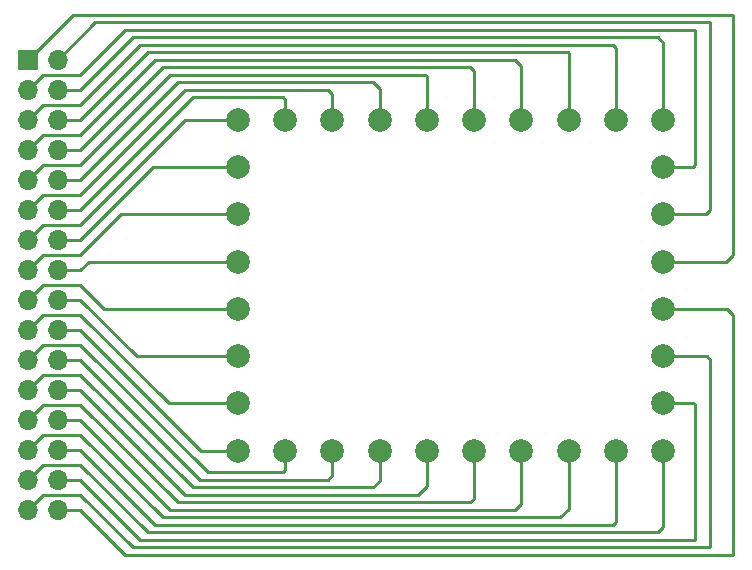
<source format=gtl>
%TF.GenerationSoftware,KiCad,Pcbnew,7.0.6*%
%TF.CreationDate,2023-08-02T14:21:59+01:00*%
%TF.ProjectId,Outline,4f75746c-696e-4652-9e6b-696361645f70,rev?*%
%TF.SameCoordinates,Original*%
%TF.FileFunction,Copper,L1,Top*%
%TF.FilePolarity,Positive*%
%FSLAX46Y46*%
G04 Gerber Fmt 4.6, Leading zero omitted, Abs format (unit mm)*
G04 Created by KiCad (PCBNEW 7.0.6) date 2023-08-02 14:21:59*
%MOMM*%
%LPD*%
G01*
G04 APERTURE LIST*
%TA.AperFunction,SMDPad,CuDef*%
%ADD10C,2.000000*%
%TD*%
%TA.AperFunction,TestPad*%
%ADD11C,2.000000*%
%TD*%
%TA.AperFunction,ComponentPad*%
%ADD12R,1.700000X1.700000*%
%TD*%
%TA.AperFunction,ComponentPad*%
%ADD13O,1.700000X1.700000*%
%TD*%
%TA.AperFunction,Conductor*%
%ADD14C,0.250000*%
%TD*%
G04 APERTURE END LIST*
D10*
%TO.P,REF\u002A\u002A,1*%
%TO.N,EIT*%
X37465000Y-24130000D03*
X37465000Y-24130000D03*
X37465000Y-28130000D03*
X37465000Y-32130000D03*
X37465000Y-36130000D03*
X37465000Y-40130000D03*
X37465000Y-44130000D03*
X37465000Y-48130000D03*
X37465000Y-52130000D03*
D11*
X41465000Y-24130000D03*
D10*
X41465000Y-52130000D03*
X45465000Y-24130000D03*
X45465000Y-52130000D03*
X49465000Y-24130000D03*
X49465000Y-52130000D03*
X53465000Y-24130000D03*
X53465000Y-52130000D03*
X57465000Y-24130000D03*
X57465000Y-52130000D03*
X61465000Y-24130000D03*
X61465000Y-52130000D03*
X65465000Y-24130000D03*
X65465000Y-52130000D03*
X69465000Y-24130000D03*
X69465000Y-52130000D03*
X73465000Y-24130000D03*
X73465000Y-28130000D03*
X73465000Y-32130000D03*
X73465000Y-36130000D03*
X73465000Y-40130000D03*
X73465000Y-44130000D03*
X73465000Y-48130000D03*
X73465000Y-52130000D03*
%TD*%
D12*
%TO.P,REF\u002A\u002A,1*%
%TO.N,EIT*%
X19685000Y-19050000D03*
D13*
%TO.P,REF\u002A\u002A,2*%
X22225000Y-19050000D03*
%TO.P,REF\u002A\u002A,3*%
X19685000Y-21590000D03*
%TO.P,REF\u002A\u002A,4*%
X22225000Y-21590000D03*
%TO.P,REF\u002A\u002A,5*%
X19685000Y-24130000D03*
%TO.P,REF\u002A\u002A,6*%
X22225000Y-24130000D03*
%TO.P,REF\u002A\u002A,7*%
X19685000Y-26670000D03*
%TO.P,REF\u002A\u002A,8*%
X22225000Y-26670000D03*
%TO.P,REF\u002A\u002A,9*%
X19685000Y-29210000D03*
%TO.P,REF\u002A\u002A,10*%
X22225000Y-29210000D03*
%TO.P,REF\u002A\u002A,11*%
X19685000Y-31750000D03*
%TO.P,REF\u002A\u002A,12*%
X22225000Y-31750000D03*
%TO.P,REF\u002A\u002A,13*%
X19685000Y-34290000D03*
%TO.P,REF\u002A\u002A,14*%
X22225000Y-34290000D03*
%TO.P,REF\u002A\u002A,15*%
X19685000Y-36830000D03*
%TO.P,REF\u002A\u002A,16*%
X22225000Y-36830000D03*
%TO.P,REF\u002A\u002A,17*%
X19685000Y-39370000D03*
%TO.P,REF\u002A\u002A,18*%
X22225000Y-39370000D03*
%TO.P,REF\u002A\u002A,19*%
X19685000Y-41910000D03*
%TO.P,REF\u002A\u002A,20*%
X22225000Y-41910000D03*
%TO.P,REF\u002A\u002A,21*%
X19685000Y-44450000D03*
%TO.P,REF\u002A\u002A,22*%
X22225000Y-44450000D03*
%TO.P,REF\u002A\u002A,23*%
X19685000Y-46990000D03*
%TO.P,REF\u002A\u002A,24*%
X22225000Y-46990000D03*
%TO.P,REF\u002A\u002A,25*%
X19685000Y-49530000D03*
%TO.P,REF\u002A\u002A,26*%
X22225000Y-49530000D03*
%TO.P,REF\u002A\u002A,27*%
X19685000Y-52070000D03*
%TO.P,REF\u002A\u002A,28*%
X22225000Y-52070000D03*
%TO.P,REF\u002A\u002A,29*%
X19685000Y-54610000D03*
%TO.P,REF\u002A\u002A,30*%
X22225000Y-54610000D03*
%TO.P,REF\u002A\u002A,31*%
X19685000Y-57150000D03*
%TO.P,REF\u002A\u002A,32*%
X22225000Y-57150000D03*
%TD*%
D14*
%TO.N,EIT*%
X49465000Y-54675000D02*
X49465000Y-52130000D01*
X29845000Y-18415000D02*
X65405000Y-18415000D01*
X53340000Y-20320000D02*
X53465000Y-20445000D01*
X22225000Y-46990000D02*
X24130000Y-46990000D01*
X24130000Y-52070000D02*
X30480000Y-58420000D01*
X34925000Y-53975000D02*
X41275000Y-53975000D01*
X69465000Y-24130000D02*
X69465000Y-18030000D01*
X24130000Y-50800000D02*
X31115000Y-57785000D01*
X20955000Y-22860000D02*
X19685000Y-24130000D01*
X65465000Y-57090000D02*
X65465000Y-52130000D01*
X24130000Y-30480000D02*
X33020000Y-21590000D01*
X79375000Y-40640000D02*
X78865000Y-40130000D01*
X53465000Y-20445000D02*
X53465000Y-24130000D01*
X22225000Y-41910000D02*
X24130000Y-41910000D01*
X20955000Y-48260000D02*
X24130000Y-48260000D01*
X22225000Y-24130000D02*
X24130000Y-24130000D01*
X27560000Y-32130000D02*
X37465000Y-32130000D01*
X33020000Y-24130000D02*
X37465000Y-24130000D01*
X19685000Y-46990000D02*
X20955000Y-45720000D01*
X76200000Y-48260000D02*
X76070000Y-48130000D01*
X24130000Y-34290000D02*
X30290000Y-28130000D01*
X41275000Y-22225000D02*
X41465000Y-22415000D01*
X33020000Y-55880000D02*
X52705000Y-55880000D01*
X69215000Y-17780000D02*
X29210000Y-17780000D01*
X65465000Y-18475000D02*
X65465000Y-24130000D01*
X28575000Y-60325000D02*
X77470000Y-60325000D01*
X52705000Y-55880000D02*
X53465000Y-55120000D01*
X31620000Y-48130000D02*
X37465000Y-48130000D01*
X22225000Y-44450000D02*
X24130000Y-44450000D01*
X77470000Y-44450000D02*
X77150000Y-44130000D01*
X31115000Y-57785000D02*
X64770000Y-57785000D01*
X34350000Y-52130000D02*
X37465000Y-52130000D01*
X19685000Y-29210000D02*
X20955000Y-27940000D01*
X24130000Y-33020000D02*
X33020000Y-24130000D01*
X30480000Y-58420000D02*
X69215000Y-58420000D01*
X24130000Y-57150000D02*
X27940000Y-60960000D01*
X32385000Y-56515000D02*
X57150000Y-56515000D01*
X20955000Y-27940000D02*
X24130000Y-27940000D01*
X22225000Y-21590000D02*
X24130000Y-21590000D01*
X79375000Y-60960000D02*
X79375000Y-40640000D01*
X45465000Y-54230000D02*
X45465000Y-52130000D01*
X49465000Y-21525000D02*
X49465000Y-24130000D01*
X24130000Y-53340000D02*
X29845000Y-59055000D01*
X20955000Y-43180000D02*
X24130000Y-43180000D01*
X76200000Y-16510000D02*
X76200000Y-27940000D01*
X22225000Y-36830000D02*
X24130000Y-36830000D01*
X22225000Y-29210000D02*
X24130000Y-29210000D01*
X20955000Y-40640000D02*
X24130000Y-40640000D01*
X24130000Y-20320000D02*
X27940000Y-16510000D01*
X78865000Y-40130000D02*
X73465000Y-40130000D01*
X24130000Y-36830000D02*
X24830000Y-36130000D01*
X60960000Y-57150000D02*
X61465000Y-56645000D01*
X48895000Y-20955000D02*
X49465000Y-21525000D01*
X57465000Y-56200000D02*
X57465000Y-52130000D01*
X45465000Y-21970000D02*
X45465000Y-24130000D01*
X24130000Y-26670000D02*
X31115000Y-19685000D01*
X23495000Y-15240000D02*
X79375000Y-15240000D01*
X79375000Y-15240000D02*
X79375000Y-35560000D01*
X24130000Y-29210000D02*
X32385000Y-20955000D01*
X41465000Y-53785000D02*
X41465000Y-52130000D01*
X22225000Y-31750000D02*
X24130000Y-31750000D01*
X19685000Y-36830000D02*
X20955000Y-35560000D01*
X19685000Y-34290000D02*
X20955000Y-33020000D01*
X28575000Y-17145000D02*
X73025000Y-17145000D01*
X64770000Y-57785000D02*
X65465000Y-57090000D01*
X22225000Y-34290000D02*
X24130000Y-34290000D01*
X60960000Y-19050000D02*
X61465000Y-19555000D01*
X73025000Y-17145000D02*
X73465000Y-17585000D01*
X77470000Y-31750000D02*
X77090000Y-32130000D01*
X41275000Y-53975000D02*
X41465000Y-53785000D01*
X77090000Y-32130000D02*
X73465000Y-32130000D01*
X22225000Y-49530000D02*
X24130000Y-49530000D01*
X30290000Y-28130000D02*
X37465000Y-28130000D01*
X20955000Y-30480000D02*
X24130000Y-30480000D01*
X22225000Y-39370000D02*
X24130000Y-39370000D01*
X20955000Y-35560000D02*
X24130000Y-35560000D01*
X76070000Y-48130000D02*
X73465000Y-48130000D01*
X24130000Y-45720000D02*
X33655000Y-55245000D01*
X32385000Y-20955000D02*
X48895000Y-20955000D01*
X20955000Y-38100000D02*
X24130000Y-38100000D01*
X24130000Y-48260000D02*
X32385000Y-56515000D01*
X57150000Y-19685000D02*
X57465000Y-20000000D01*
X19685000Y-57150000D02*
X20955000Y-55880000D01*
X31750000Y-20320000D02*
X53340000Y-20320000D01*
X24130000Y-43180000D02*
X34925000Y-53975000D01*
X24130000Y-41910000D02*
X34350000Y-52130000D01*
X24130000Y-54610000D02*
X29210000Y-59690000D01*
X24130000Y-55880000D02*
X28575000Y-60325000D01*
X69465000Y-58170000D02*
X69465000Y-52130000D01*
X24130000Y-49530000D02*
X31750000Y-57150000D01*
X20955000Y-55880000D02*
X24130000Y-55880000D01*
X33655000Y-22225000D02*
X41275000Y-22225000D01*
X65405000Y-18415000D02*
X65465000Y-18475000D01*
X19685000Y-21590000D02*
X20955000Y-20320000D01*
X57465000Y-20000000D02*
X57465000Y-24130000D01*
X24130000Y-21590000D02*
X28575000Y-17145000D01*
X45085000Y-21590000D02*
X45465000Y-21970000D01*
X34290000Y-54610000D02*
X45085000Y-54610000D01*
X27940000Y-60960000D02*
X79375000Y-60960000D01*
X73465000Y-17585000D02*
X73465000Y-24130000D01*
X61465000Y-19555000D02*
X61465000Y-24130000D01*
X25400000Y-15875000D02*
X77470000Y-15875000D01*
X28890000Y-44130000D02*
X37465000Y-44130000D01*
X29210000Y-59690000D02*
X76200000Y-59690000D01*
X69215000Y-58420000D02*
X69465000Y-58170000D01*
X29210000Y-17780000D02*
X24130000Y-22860000D01*
X76010000Y-28130000D02*
X73465000Y-28130000D01*
X19685000Y-26670000D02*
X20955000Y-25400000D01*
X30480000Y-19050000D02*
X60960000Y-19050000D01*
X57150000Y-56515000D02*
X57465000Y-56200000D01*
X77470000Y-15875000D02*
X77470000Y-31750000D01*
X22225000Y-19050000D02*
X25400000Y-15875000D01*
X24130000Y-22860000D02*
X20955000Y-22860000D01*
X24130000Y-35560000D02*
X27560000Y-32130000D01*
X20955000Y-25400000D02*
X24130000Y-25400000D01*
X53465000Y-55120000D02*
X53465000Y-52130000D01*
X22225000Y-52070000D02*
X24130000Y-52070000D01*
X19685000Y-39370000D02*
X20955000Y-38100000D01*
X73465000Y-58615000D02*
X73465000Y-52130000D01*
X19685000Y-44450000D02*
X20955000Y-43180000D01*
X20955000Y-50800000D02*
X24130000Y-50800000D01*
X20955000Y-20320000D02*
X24130000Y-20320000D01*
X24130000Y-31750000D02*
X33655000Y-22225000D01*
X19685000Y-31750000D02*
X20955000Y-30480000D01*
X19685000Y-52070000D02*
X20955000Y-50800000D01*
X24130000Y-38100000D02*
X26160000Y-40130000D01*
X45085000Y-54610000D02*
X45465000Y-54230000D01*
X33020000Y-21590000D02*
X45085000Y-21590000D01*
X73025000Y-59055000D02*
X73465000Y-58615000D01*
X78805000Y-36130000D02*
X73465000Y-36130000D01*
X22225000Y-57150000D02*
X24130000Y-57150000D01*
X20955000Y-45720000D02*
X24130000Y-45720000D01*
X77150000Y-44130000D02*
X73465000Y-44130000D01*
X24130000Y-44450000D02*
X34290000Y-54610000D01*
X24130000Y-27940000D02*
X31750000Y-20320000D01*
X33655000Y-55245000D02*
X48895000Y-55245000D01*
X27940000Y-16510000D02*
X76200000Y-16510000D01*
X20955000Y-53340000D02*
X24130000Y-53340000D01*
X76200000Y-59690000D02*
X76200000Y-48260000D01*
X26160000Y-40130000D02*
X37465000Y-40130000D01*
X24130000Y-39370000D02*
X28890000Y-44130000D01*
X24130000Y-40640000D02*
X31620000Y-48130000D01*
X22225000Y-54610000D02*
X24130000Y-54610000D01*
X61465000Y-56645000D02*
X61465000Y-52130000D01*
X76200000Y-27940000D02*
X76010000Y-28130000D01*
X48895000Y-55245000D02*
X49465000Y-54675000D01*
X77470000Y-60325000D02*
X77470000Y-44450000D01*
X19685000Y-19050000D02*
X23495000Y-15240000D01*
X24830000Y-36130000D02*
X37465000Y-36130000D01*
X22225000Y-26670000D02*
X24130000Y-26670000D01*
X24130000Y-46990000D02*
X33020000Y-55880000D01*
X31115000Y-19685000D02*
X57150000Y-19685000D01*
X29845000Y-59055000D02*
X73025000Y-59055000D01*
X19685000Y-54610000D02*
X20955000Y-53340000D01*
X41465000Y-22415000D02*
X41465000Y-24130000D01*
X24130000Y-24130000D02*
X29845000Y-18415000D01*
X19685000Y-41910000D02*
X20955000Y-40640000D01*
X31750000Y-57150000D02*
X60960000Y-57150000D01*
X24130000Y-25400000D02*
X30480000Y-19050000D01*
X19685000Y-49530000D02*
X20955000Y-48260000D01*
X79375000Y-35560000D02*
X78805000Y-36130000D01*
X69465000Y-18030000D02*
X69215000Y-17780000D01*
X20955000Y-33020000D02*
X24130000Y-33020000D01*
%TD*%
M02*

</source>
